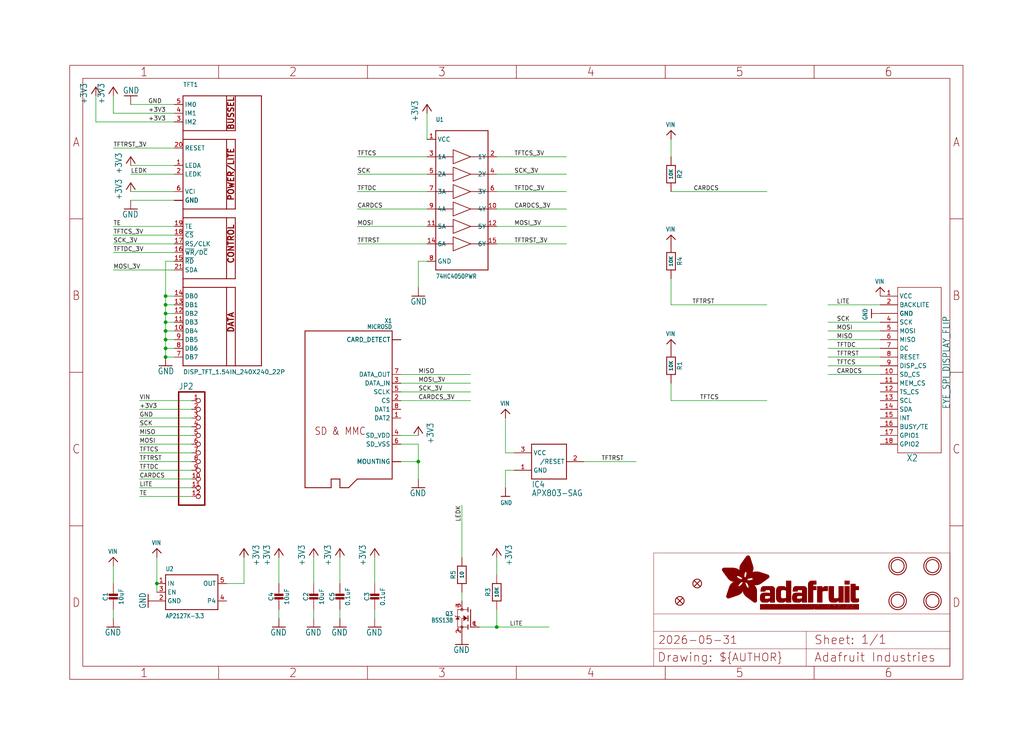
<source format=kicad_sch>
(kicad_sch (version 20230121) (generator eeschema)
  (paper "User" 298.45 217.322)
  (lib_symbols
    (symbol "working-eagle-import:+3V3" (power)
      (property "Value" "+3V3" (at -2.54 -5.08 90))
      (symbol "+3V3_1_0"
        (pin power_in line (at 0 -2.54 90) (length 2.54) (name "+3V3") (number "1"))
      )
    )
    (symbol "working-eagle-import:74HC4050DTSSOP"
      (property "Reference" "U" (at -7.62 22.86 0))
      (symbol "74HC4050DTSSOP_1_0"
        (pin bidirectional line (at -10.16 17.78 0) (length 2.54) (name "VCC") (number "1"))
        (pin bidirectional line (at 10.16 -2.54 180) (length 2.54) (name "4Y") (number "10"))
        (pin bidirectional line (at -10.16 -7.62 0) (length 2.54) (name "5A") (number "11"))
        (pin bidirectional line (at 10.16 -7.62 180) (length 2.54) (name "5Y") (number "12"))
        (pin bidirectional line (at -10.16 -12.7 0) (length 2.54) (name "6A") (number "14"))
        (pin bidirectional line (at 10.16 -12.7 180) (length 2.54) (name "6Y") (number "15"))
        (pin bidirectional line (at 10.16 12.7 180) (length 2.54) (name "1Y") (number "2"))
        (pin bidirectional line (at -10.16 12.7 0) (length 2.54) (name "1A") (number "3"))
        (pin bidirectional line (at 10.16 7.62 180) (length 2.54) (name "2Y") (number "4"))
        (pin bidirectional line (at -10.16 7.62 0) (length 2.54) (name "2A") (number "5"))
        (pin bidirectional line (at 10.16 2.54 180) (length 2.54) (name "3Y") (number "6"))
        (pin bidirectional line (at -10.16 2.54 0) (length 2.54) (name "3A") (number "7"))
        (pin bidirectional line (at -10.16 -17.78 0) (length 2.54) (name "GND") (number "8"))
        (pin bidirectional line (at -10.16 -2.54 0) (length 2.54) (name "4A") (number "9"))
      )
    )
    (symbol "working-eagle-import:APX083-SAG"
      (property "Reference" "IC" (at -5.08 -7.62 0))
      (symbol "APX083-SAG_1_0"
        (pin power_in line (at -10.16 -2.54 0) (length 5.08) (name "GND") (number "1"))
        (pin output line (at 10.16 0 180) (length 5.08) (name "/RESET") (number "2"))
        (pin power_in line (at -10.16 2.54 0) (length 5.08) (name "VCC") (number "3"))
      )
    )
    (symbol "working-eagle-import:CAP_CERAMIC0603_NO"
      (property "Reference" "C" (at -2.29 1.25 90))
      (symbol "CAP_CERAMIC0603_NO_1_0"
        (pin passive line (at 0 5.08 270) (length 2.54) (name "1") (number "1"))
        (pin passive line (at 0 -2.54 90) (length 2.54) (name "2") (number "2"))
      )
    )
    (symbol "working-eagle-import:CAP_CERAMIC0805-NOOUTLINE"
      (property "Reference" "C" (at -2.29 1.25 90))
      (symbol "CAP_CERAMIC0805-NOOUTLINE_1_0"
        (pin passive line (at 0 5.08 270) (length 2.54) (name "1") (number "1"))
        (pin passive line (at 0 -2.54 90) (length 2.54) (name "2") (number "2"))
      )
    )
    (symbol "working-eagle-import:DISP_TFT_1.54IN_240X240_22P"
      (property "Reference" "TFT" (at -15.24 43.18 0))
      (symbol "DISP_TFT_1.54IN_240X240_22P_1_0"
        (text "BUSSEL" (at -1.27 35.56 900) (effects (font (size 1.6764 1.6764) (thickness 0.3353) bold)))
        (text "CONTROL" (at -1.27 -2.54 900) (effects (font (size 1.6764 1.6764) (thickness 0.3353) bold)))
        (text "DATA" (at -1.27 -25.4 900) (effects (font (size 1.6764 1.6764) (thickness 0.3353) bold)))
        (text "POWER/LITE" (at -1.27 17.78 900) (effects (font (size 1.6764 1.6764) (thickness 0.3353) bold)))
        (pin input line (at -17.78 20.32 0) (length 2.54) (name "LEDA") (number "1"))
        (pin bidirectional line (at -17.78 -27.94 0) (length 2.54) (name "DB4") (number "10"))
        (pin bidirectional line (at -17.78 -25.4 0) (length 2.54) (name "DB3") (number "11"))
        (pin bidirectional line (at -17.78 -22.86 0) (length 2.54) (name "DB2") (number "12"))
        (pin bidirectional line (at -17.78 -20.32 0) (length 2.54) (name "DB1") (number "13"))
        (pin bidirectional line (at -17.78 -17.78 0) (length 2.54) (name "DB0") (number "14"))
        (pin input line (at -17.78 -7.62 0) (length 2.54) (name "~{RD}") (number "15"))
        (pin input line (at -17.78 -5.08 0) (length 2.54) (name "~{WR}/D~{C}") (number "16"))
        (pin input line (at -17.78 -2.54 0) (length 2.54) (name "RS/CLK") (number "17"))
        (pin input line (at -17.78 0 0) (length 2.54) (name "~{CS}") (number "18"))
        (pin output line (at -17.78 2.54 0) (length 2.54) (name "TE") (number "19"))
        (pin input line (at -17.78 17.78 0) (length 2.54) (name "LEDK") (number "2"))
        (pin input line (at -17.78 25.4 0) (length 2.54) (name "RESET") (number "20"))
        (pin bidirectional line (at -17.78 -10.16 0) (length 2.54) (name "SDA") (number "21"))
        (pin power_in line (at -17.78 10.16 0) (length 2.54) (name "GND") (number "22"))
        (pin input line (at -17.78 33.02 0) (length 2.54) (name "IM2") (number "3"))
        (pin input line (at -17.78 35.56 0) (length 2.54) (name "IM1") (number "4"))
        (pin input line (at -17.78 38.1 0) (length 2.54) (name "IM0") (number "5"))
        (pin power_in line (at -17.78 12.7 0) (length 2.54) (name "VCI") (number "6"))
        (pin bidirectional line (at -17.78 -35.56 0) (length 2.54) (name "DB7") (number "7"))
        (pin bidirectional line (at -17.78 -33.02 0) (length 2.54) (name "DB6") (number "8"))
        (pin bidirectional line (at -17.78 -30.48 0) (length 2.54) (name "DB5") (number "9"))
        (pin power_in line (at -17.78 10.16 0) (length 2.54) (name "GND") (number "SUPPORT1"))
        (pin power_in line (at -17.78 10.16 0) (length 2.54) (name "GND") (number "SUPPORT2"))
      )
    )
    (symbol "working-eagle-import:EYE_SPI_DISPLAY_FLIP"
      (property "Reference" "X" (at 2.54 -27.94 0))
      (symbol "EYE_SPI_DISPLAY_FLIP_1_0"
        (pin power_in line (at -5.08 20.32 0) (length 5.08) (name "VCC") (number "1"))
        (pin input line (at -5.08 -2.54 0) (length 5.08) (name "SD_CS") (number "10"))
        (pin input line (at -5.08 -5.08 0) (length 5.08) (name "MEM_CS") (number "11"))
        (pin input line (at -5.08 -7.62 0) (length 5.08) (name "TS_CS") (number "12"))
        (pin input line (at -5.08 -10.16 0) (length 5.08) (name "SCL") (number "13"))
        (pin bidirectional line (at -5.08 -12.7 0) (length 5.08) (name "SDA") (number "14"))
        (pin output line (at -5.08 -15.24 0) (length 5.08) (name "INT") (number "15"))
        (pin output line (at -5.08 -17.78 0) (length 5.08) (name "BUSY/TE") (number "16"))
        (pin passive line (at -5.08 -20.32 0) (length 5.08) (name "GPIO1") (number "17"))
        (pin passive line (at -5.08 -22.86 0) (length 5.08) (name "GPIO2") (number "18"))
        (pin input line (at -5.08 17.78 0) (length 5.08) (name "BACKLITE") (number "2"))
        (pin power_in line (at -5.08 15.24 0) (length 5.08) (name "GND") (number "3"))
        (pin input line (at -5.08 12.7 0) (length 5.08) (name "SCK") (number "4"))
        (pin input line (at -5.08 10.16 0) (length 5.08) (name "MOSI") (number "5"))
        (pin output line (at -5.08 7.62 0) (length 5.08) (name "MISO") (number "6"))
        (pin input line (at -5.08 5.08 0) (length 5.08) (name "DC") (number "7"))
        (pin input line (at -5.08 2.54 0) (length 5.08) (name "RESET") (number "8"))
        (pin input line (at -5.08 0 0) (length 5.08) (name "DISP_CS") (number "9"))
        (pin power_in line (at -5.08 15.24 0) (length 5.08) (name "GND") (number "SUPPORT1"))
        (pin power_in line (at -5.08 15.24 0) (length 5.08) (name "GND") (number "SUPPORT2"))
      )
    )
    (symbol "working-eagle-import:FIDUCIAL_1MM")
    (symbol "working-eagle-import:FRAME_A4_ADAFRUIT"
      (symbol "FRAME_A4_ADAFRUIT_1_0"
        (text "${#}/${##}" (at 230.505 10.16 0) (effects (font (size 2.54 2.54)) (justify left bottom)))
        (text "${AUTHOR}" (at 189.23 5.08 0) (effects (font (size 2.286 2.286)) (justify left bottom)))
        (text "${CURRENT_DATE}" (at 171.45 10.16 0) (effects (font (size 2.286 2.286)) (justify left bottom)))
        (text "${PROJECTNAME}" (at 171.45 15.24 0) (effects (font (size 2.54 2.54)) (justify left bottom)))
        (text "1" (at 21.6958 1.905 0) (effects (font (size 2.54 2.286))))
        (text "1" (at 21.6958 177.165 0) (effects (font (size 2.54 2.286))))
        (text "2" (at 65.0875 1.905 0) (effects (font (size 2.54 2.286))))
        (text "2" (at 65.0875 177.165 0) (effects (font (size 2.54 2.286))))
        (text "3" (at 108.4792 1.905 0) (effects (font (size 2.54 2.286))))
        (text "3" (at 108.4792 177.165 0) (effects (font (size 2.54 2.286))))
        (text "4" (at 151.8708 1.905 0) (effects (font (size 2.54 2.286))))
        (text "4" (at 151.8708 177.165 0) (effects (font (size 2.54 2.286))))
        (text "5" (at 195.2625 1.905 0) (effects (font (size 2.54 2.286))))
        (text "5" (at 195.2625 177.165 0) (effects (font (size 2.54 2.286))))
        (text "6" (at 238.6542 1.905 0) (effects (font (size 2.54 2.286))))
        (text "6" (at 238.6542 177.165 0) (effects (font (size 2.54 2.286))))
        (text "A" (at 1.905 156.6863 0) (effects (font (size 2.54 2.286))))
        (text "A" (at 258.445 156.6863 0) (effects (font (size 2.54 2.286))))
        (text "Adafruit Industries" (at 216.916 4.953 0) (effects (font (size 2.54 2.54)) (justify left bottom)))
        (text "B" (at 1.905 111.9188 0) (effects (font (size 2.54 2.286))))
        (text "B" (at 258.445 111.9188 0) (effects (font (size 2.54 2.286))))
        (text "C" (at 1.905 67.1513 0) (effects (font (size 2.54 2.286))))
        (text "C" (at 258.445 67.1513 0) (effects (font (size 2.54 2.286))))
        (text "D" (at 1.905 22.3838 0) (effects (font (size 2.54 2.286))))
        (text "D" (at 258.445 22.3838 0) (effects (font (size 2.54 2.286))))
        (text "Drawing:" (at 171.196 4.953 0) (effects (font (size 2.54 2.54)) (justify left bottom)))
        (text "Sheet:" (at 216.916 10.033 0) (effects (font (size 2.54 2.54)) (justify left bottom)))
      )
    )
    (symbol "working-eagle-import:GND" (power)
      (property "Value" "GND" (at -2.54 -2.54 0))
      (symbol "GND_1_0"
        (pin power_in line (at 0 2.54 270) (length 2.54) (name "GND") (number "1"))
      )
    )
    (symbol "working-eagle-import:HEADER-1X1276MIL"
      (property "Reference" "JP" (at -6.35 18.415 0))
      (symbol "HEADER-1X1276MIL_1_0"
        (pin passive inverted (at -2.54 15.24 0) (length 2.54) (name "1") (number "1"))
        (pin passive inverted (at -2.54 -7.62 0) (length 2.54) (name "10") (number "10"))
        (pin passive inverted (at -2.54 -10.16 0) (length 2.54) (name "11") (number "11"))
        (pin passive inverted (at -2.54 -12.7 0) (length 2.54) (name "12") (number "12"))
        (pin passive inverted (at -2.54 12.7 0) (length 2.54) (name "2") (number "2"))
        (pin passive inverted (at -2.54 10.16 0) (length 2.54) (name "3") (number "3"))
        (pin passive inverted (at -2.54 7.62 0) (length 2.54) (name "4") (number "4"))
        (pin passive inverted (at -2.54 5.08 0) (length 2.54) (name "5") (number "5"))
        (pin passive inverted (at -2.54 2.54 0) (length 2.54) (name "6") (number "6"))
        (pin passive inverted (at -2.54 0 0) (length 2.54) (name "7") (number "7"))
        (pin passive inverted (at -2.54 -2.54 0) (length 2.54) (name "8") (number "8"))
        (pin passive inverted (at -2.54 -5.08 0) (length 2.54) (name "9") (number "9"))
      )
    )
    (symbol "working-eagle-import:MICROSD"
      (property "Reference" "X" (at -12.7 22.606 0))
      (symbol "MICROSD_1_0"
        (text "SD & MMC" (at -5.08 -10.16 0) (effects (font (size 2.1844 1.8567)) (justify left bottom)))
        (pin bidirectional line (at -15.24 -5.08 0) (length 2.54) (name "DAT2") (number "1"))
        (pin input line (at -15.24 0 0) (length 2.54) (name "CS") (number "2"))
        (pin input line (at -15.24 5.08 0) (length 2.54) (name "DATA_IN") (number "3"))
        (pin power_in line (at -15.24 -10.16 0) (length 2.54) (name "SD_VDD") (number "4"))
        (pin input line (at -15.24 2.54 0) (length 2.54) (name "SCLK") (number "5"))
        (pin power_in line (at -15.24 -12.7 0) (length 2.54) (name "SD_VSS") (number "6"))
        (pin output line (at -15.24 7.62 0) (length 2.54) (name "DATA_OUT") (number "7"))
        (pin bidirectional line (at -15.24 -2.54 0) (length 2.54) (name "DAT1") (number "8"))
        (pin passive line (at -15.24 17.78 0) (length 2.54) (name "CARD_DETECT") (number "CD1"))
        (pin passive line (at -15.24 17.78 0) (length 2.54) (name "CARD_DETECT") (number "CD2"))
        (pin passive line (at -15.24 -17.78 0) (length 2.54) (name "MOUNTING") (number "MT1"))
        (pin passive line (at -15.24 -17.78 0) (length 2.54) (name "MOUNTING") (number "MT2"))
      )
    )
    (symbol "working-eagle-import:MOSFET-NWIDE"
      (property "Reference" "Q" (at 5.08 0.635 0))
      (symbol "MOSFET-NWIDE_1_0"
        (text "D" (at 3.175 3.175 0) (effects (font (size 0.8128 0.6908)) (justify left bottom)))
        (text "G" (at -1.27 -1.905 0) (effects (font (size 0.8128 0.6908)) (justify left bottom)))
        (text "S" (at 3.175 -3.81 0) (effects (font (size 0.8128 0.6908)) (justify left bottom)))
        (pin bidirectional line (at -2.54 -2.54 0) (length 2.54) (name "G") (number "1"))
        (pin bidirectional line (at 2.54 -5.08 90) (length 2.54) (name "S") (number "2"))
        (pin bidirectional line (at 2.54 5.08 270) (length 2.54) (name "D") (number "3"))
      )
    )
    (symbol "working-eagle-import:MOUNTINGHOLE2.5")
    (symbol "working-eagle-import:RESISTOR_0603_NOOUT"
      (property "Reference" "R" (at 0 2.54 0))
      (symbol "RESISTOR_0603_NOOUT_1_0"
        (pin passive line (at -5.08 0 0) (length 2.54) (name "1") (number "1"))
        (pin passive line (at 5.08 0 180) (length 2.54) (name "2") (number "2"))
      )
    )
    (symbol "working-eagle-import:VIN" (power)
      (property "Value" "VIN" (at -1.524 1.016 0))
      (symbol "VIN_1_0"
        (pin power_in line (at 0 -2.54 90) (length 2.54) (name "VIN") (number "1"))
      )
    )
    (symbol "working-eagle-import:VREG_SOT23-5"
      (property "Reference" "U" (at -7.62 6.096 0))
      (symbol "VREG_SOT23-5_1_0"
        (pin power_in line (at -10.16 2.54 0) (length 2.54) (name "IN") (number "1"))
        (pin power_in line (at -10.16 -2.54 0) (length 2.54) (name "GND") (number "2"))
        (pin input line (at -10.16 0 0) (length 2.54) (name "EN") (number "3"))
        (pin bidirectional line (at 10.16 -2.54 180) (length 2.54) (name "P4") (number "4"))
        (pin power_in line (at 10.16 2.54 180) (length 2.54) (name "OUT") (number "5"))
      )
    )
    (symbol "working-eagle-import:adafruit_power_VIN" (power)
      (property "Value" "adafruit_power_VIN" (at -1.524 1.016 0))
      (symbol "adafruit_power_VIN_1_0"
        (pin power_in line (at 0 -2.54 90) (length 2.54) (name "VIN") (number "1"))
      )
    )
    (symbol "working-eagle-import:microbuilder_GND" (power)
      (property "Value" "microbuilder_GND" (at -1.524 -2.54 0))
      (symbol "microbuilder_GND_1_0"
        (pin power_in line (at 0 2.54 270) (length 2.54) (name "GND") (number "1"))
      )
    )
  )
  (junction (at 48.26 101.6))
  (junction (at 48.26 96.52))
  (junction (at 48.26 88.9))
  (junction (at 144.78 182.88))
  (junction (at 48.26 104.14))
  (junction (at 48.26 93.98))
  (junction (at 48.26 86.36))
  (junction (at 48.26 99.06))
  (junction (at 45.72 170.18))
  (junction (at 121.92 134.62))
  (junction (at 48.26 91.44))
  (wire (pts (xy 160.02 182.88) (xy 144.78 182.88)) (stroke (width 0.1524)))
  (wire (pts (xy 45.72 162.56) (xy 45.72 170.18)) (stroke (width 0.1524)))
  (wire (pts (xy 40.64 127) (xy 55.88 127)) (stroke (width 0.1524)))
  (wire (pts (xy 99.06 162.56) (xy 99.06 170.18)) (stroke (width 0.1524)))
  (wire (pts (xy 33.02 165.1) (xy 33.02 170.18)) (stroke (width 0.1524)))
  (wire (pts (xy 33.02 33.02) (xy 33.02 27.94)) (stroke (width 0.1524)))
  (wire (pts (xy 38.1 58.42) (xy 50.8 58.42)) (stroke (width 0.1524)))
  (wire (pts (xy 50.8 101.6) (xy 48.26 101.6)) (stroke (width 0.1524)))
  (wire (pts (xy 27.94 35.56) (xy 50.8 35.56)) (stroke (width 0.1524)))
  (wire (pts (xy 50.8 91.44) (xy 48.26 91.44)) (stroke (width 0.1524)))
  (wire (pts (xy 139.7 182.88) (xy 144.78 182.88)) (stroke (width 0.1524)))
  (wire (pts (xy 50.8 55.88) (xy 38.1 55.88)) (stroke (width 0.1524)))
  (wire (pts (xy 50.8 48.26) (xy 38.1 48.26)) (stroke (width 0.1524)))
  (wire (pts (xy 55.88 134.62) (xy 40.64 134.62)) (stroke (width 0.1524)))
  (wire (pts (xy 40.64 132.08) (xy 55.88 132.08)) (stroke (width 0.1524)))
  (wire (pts (xy 50.8 68.58) (xy 33.02 68.58)) (stroke (width 0.1524)))
  (wire (pts (xy 134.62 147.32) (xy 134.62 162.56)) (stroke (width 0.1524)))
  (wire (pts (xy 104.14 66.04) (xy 124.46 66.04)) (stroke (width 0.1524)))
  (wire (pts (xy 48.26 91.44) (xy 48.26 93.98)) (stroke (width 0.1524)))
  (wire (pts (xy 165.1 55.88) (xy 144.78 55.88)) (stroke (width 0.1524)))
  (wire (pts (xy 195.58 116.84) (xy 223.52 116.84)) (stroke (width 0.1524)))
  (wire (pts (xy 195.58 45.72) (xy 195.58 40.64)) (stroke (width 0.1524)))
  (wire (pts (xy 48.26 88.9) (xy 50.8 88.9)) (stroke (width 0.1524)))
  (wire (pts (xy 195.58 88.9) (xy 195.58 81.28)) (stroke (width 0.1524)))
  (wire (pts (xy 241.3 99.06) (xy 256.54 99.06)) (stroke (width 0.1524)))
  (wire (pts (xy 48.26 101.6) (xy 48.26 104.14)) (stroke (width 0.1524)))
  (wire (pts (xy 55.88 116.84) (xy 40.64 116.84)) (stroke (width 0.1524)))
  (wire (pts (xy 144.78 66.04) (xy 165.1 66.04)) (stroke (width 0.1524)))
  (wire (pts (xy 147.32 137.16) (xy 149.86 137.16)) (stroke (width 0.1524)))
  (wire (pts (xy 256.54 96.52) (xy 241.3 96.52)) (stroke (width 0.1524)))
  (wire (pts (xy 116.84 134.62) (xy 121.92 134.62)) (stroke (width 0.1524)))
  (wire (pts (xy 45.72 172.72) (xy 45.72 170.18)) (stroke (width 0.1524)))
  (wire (pts (xy 81.28 162.56) (xy 81.28 170.18)) (stroke (width 0.1524)))
  (wire (pts (xy 104.14 50.8) (xy 124.46 50.8)) (stroke (width 0.1524)))
  (wire (pts (xy 48.26 99.06) (xy 48.26 101.6)) (stroke (width 0.1524)))
  (wire (pts (xy 48.26 93.98) (xy 50.8 93.98)) (stroke (width 0.1524)))
  (wire (pts (xy 55.88 144.78) (xy 40.64 144.78)) (stroke (width 0.1524)))
  (wire (pts (xy 48.26 99.06) (xy 50.8 99.06)) (stroke (width 0.1524)))
  (wire (pts (xy 256.54 101.6) (xy 241.3 101.6)) (stroke (width 0.1524)))
  (wire (pts (xy 147.32 142.24) (xy 147.32 137.16)) (stroke (width 0.1524)))
  (wire (pts (xy 134.62 172.72) (xy 134.62 175.26)) (stroke (width 0.1524)))
  (wire (pts (xy 256.54 104.14) (xy 241.3 104.14)) (stroke (width 0.1524)))
  (wire (pts (xy 55.88 129.54) (xy 40.64 129.54)) (stroke (width 0.1524)))
  (wire (pts (xy 104.14 71.12) (xy 124.46 71.12)) (stroke (width 0.1524)))
  (wire (pts (xy 55.88 142.24) (xy 40.64 142.24)) (stroke (width 0.1524)))
  (wire (pts (xy 170.18 134.62) (xy 185.42 134.62)) (stroke (width 0.1524)))
  (wire (pts (xy 256.54 109.22) (xy 241.3 109.22)) (stroke (width 0.1524)))
  (wire (pts (xy 124.46 45.72) (xy 104.14 45.72)) (stroke (width 0.1524)))
  (wire (pts (xy 144.78 71.12) (xy 165.1 71.12)) (stroke (width 0.1524)))
  (wire (pts (xy 256.54 88.9) (xy 241.3 88.9)) (stroke (width 0.1524)))
  (wire (pts (xy 33.02 180.34) (xy 33.02 177.8)) (stroke (width 0.1524)))
  (wire (pts (xy 165.1 50.8) (xy 144.78 50.8)) (stroke (width 0.1524)))
  (wire (pts (xy 144.78 45.72) (xy 165.1 45.72)) (stroke (width 0.1524)))
  (wire (pts (xy 195.58 88.9) (xy 223.52 88.9)) (stroke (width 0.1524)))
  (wire (pts (xy 81.28 180.34) (xy 81.28 177.8)) (stroke (width 0.1524)))
  (wire (pts (xy 124.46 40.64) (xy 124.46 33.02)) (stroke (width 0.1524)))
  (wire (pts (xy 137.16 116.84) (xy 116.84 116.84)) (stroke (width 0.1524)))
  (wire (pts (xy 116.84 109.22) (xy 137.16 109.22)) (stroke (width 0.1524)))
  (wire (pts (xy 50.8 78.74) (xy 33.02 78.74)) (stroke (width 0.1524)))
  (wire (pts (xy 50.8 33.02) (xy 33.02 33.02)) (stroke (width 0.1524)))
  (wire (pts (xy 121.92 129.54) (xy 121.92 134.62)) (stroke (width 0.1524)))
  (wire (pts (xy 91.44 180.34) (xy 91.44 177.8)) (stroke (width 0.1524)))
  (wire (pts (xy 124.46 76.2) (xy 121.92 76.2)) (stroke (width 0.1524)))
  (wire (pts (xy 195.58 116.84) (xy 195.58 111.76)) (stroke (width 0.1524)))
  (wire (pts (xy 50.8 76.2) (xy 48.26 76.2)) (stroke (width 0.1524)))
  (wire (pts (xy 147.32 121.92) (xy 147.32 132.08)) (stroke (width 0.1524)))
  (wire (pts (xy 50.8 73.66) (xy 33.02 73.66)) (stroke (width 0.1524)))
  (wire (pts (xy 165.1 60.96) (xy 144.78 60.96)) (stroke (width 0.1524)))
  (wire (pts (xy 40.64 119.38) (xy 55.88 119.38)) (stroke (width 0.1524)))
  (wire (pts (xy 48.26 76.2) (xy 48.26 86.36)) (stroke (width 0.1524)))
  (wire (pts (xy 55.88 139.7) (xy 40.64 139.7)) (stroke (width 0.1524)))
  (wire (pts (xy 121.92 76.2) (xy 121.92 83.82)) (stroke (width 0.1524)))
  (wire (pts (xy 109.22 162.56) (xy 109.22 170.18)) (stroke (width 0.1524)))
  (wire (pts (xy 137.16 111.76) (xy 116.84 111.76)) (stroke (width 0.1524)))
  (wire (pts (xy 50.8 96.52) (xy 48.26 96.52)) (stroke (width 0.1524)))
  (wire (pts (xy 48.26 88.9) (xy 48.26 91.44)) (stroke (width 0.1524)))
  (wire (pts (xy 71.12 162.56) (xy 71.12 170.18)) (stroke (width 0.1524)))
  (wire (pts (xy 27.94 27.94) (xy 27.94 35.56)) (stroke (width 0.1524)))
  (wire (pts (xy 109.22 180.34) (xy 109.22 177.8)) (stroke (width 0.1524)))
  (wire (pts (xy 116.84 129.54) (xy 121.92 129.54)) (stroke (width 0.1524)))
  (wire (pts (xy 149.86 132.08) (xy 147.32 132.08)) (stroke (width 0.1524)))
  (wire (pts (xy 55.88 137.16) (xy 40.64 137.16)) (stroke (width 0.1524)))
  (wire (pts (xy 50.8 43.18) (xy 33.02 43.18)) (stroke (width 0.1524)))
  (wire (pts (xy 48.26 104.14) (xy 50.8 104.14)) (stroke (width 0.1524)))
  (wire (pts (xy 66.04 170.18) (xy 71.12 170.18)) (stroke (width 0.1524)))
  (wire (pts (xy 99.06 180.34) (xy 99.06 177.8)) (stroke (width 0.1524)))
  (wire (pts (xy 48.26 96.52) (xy 48.26 99.06)) (stroke (width 0.1524)))
  (wire (pts (xy 38.1 30.48) (xy 50.8 30.48)) (stroke (width 0.1524)))
  (wire (pts (xy 55.88 124.46) (xy 40.64 124.46)) (stroke (width 0.1524)))
  (wire (pts (xy 50.8 86.36) (xy 48.26 86.36)) (stroke (width 0.1524)))
  (wire (pts (xy 104.14 60.96) (xy 124.46 60.96)) (stroke (width 0.1524)))
  (wire (pts (xy 137.16 114.3) (xy 116.84 114.3)) (stroke (width 0.1524)))
  (wire (pts (xy 121.92 134.62) (xy 121.92 139.7)) (stroke (width 0.1524)))
  (wire (pts (xy 223.52 55.88) (xy 195.58 55.88)) (stroke (width 0.1524)))
  (wire (pts (xy 50.8 66.04) (xy 33.02 66.04)) (stroke (width 0.1524)))
  (wire (pts (xy 104.14 55.88) (xy 124.46 55.88)) (stroke (width 0.1524)))
  (wire (pts (xy 241.3 106.68) (xy 256.54 106.68)) (stroke (width 0.1524)))
  (wire (pts (xy 144.78 182.88) (xy 144.78 177.8)) (stroke (width 0.1524)))
  (wire (pts (xy 256.54 93.98) (xy 241.3 93.98)) (stroke (width 0.1524)))
  (wire (pts (xy 48.26 93.98) (xy 48.26 96.52)) (stroke (width 0.1524)))
  (wire (pts (xy 33.02 71.12) (xy 50.8 71.12)) (stroke (width 0.1524)))
  (wire (pts (xy 50.8 50.8) (xy 38.1 50.8)) (stroke (width 0.1524)))
  (wire (pts (xy 55.88 121.92) (xy 40.64 121.92)) (stroke (width 0.1524)))
  (wire (pts (xy 121.92 127) (xy 116.84 127)) (stroke (width 0.1524)))
  (wire (pts (xy 48.26 86.36) (xy 48.26 88.9)) (stroke (width 0.1524)))
  (wire (pts (xy 91.44 162.56) (xy 91.44 170.18)) (stroke (width 0.1524)))
  (wire (pts (xy 144.78 162.56) (xy 144.78 167.64)) (stroke (width 0.1524)))
  (label "CARDCS" (at 243.84 109.22 0) (effects (font (size 1.2446 1.2446))))
  (label "TFTRST" (at 175.26 134.62 0) (effects (font (size 1.2446 1.2446))))
  (label "MOSI" (at 40.64 129.54 0) (effects (font (size 1.2446 1.2446))))
  (label "TFTCS" (at 243.84 106.68 0) (effects (font (size 1.2446 1.2446))))
  (label "+3V3" (at 43.18 35.56 0) (effects (font (size 1.2446 1.2446))))
  (label "TFTCS_3V" (at 33.02 68.58 0) (effects (font (size 1.2446 1.2446))))
  (label "TFTCS" (at 104.14 45.72 0) (effects (font (size 1.2446 1.2446))))
  (label "TFTRST_3V" (at 149.86 71.12 0) (effects (font (size 1.2446 1.2446))))
  (label "CARDCS_3V" (at 121.92 116.84 0) (effects (font (size 1.2446 1.2446))))
  (label "SCK" (at 243.84 93.98 0) (effects (font (size 1.2446 1.2446))))
  (label "MOSI" (at 104.14 66.04 0) (effects (font (size 1.2446 1.2446))))
  (label "TE" (at 33.02 66.04 0) (effects (font (size 1.2446 1.2446))))
  (label "TFTDC_3V" (at 33.02 73.66 0) (effects (font (size 1.2446 1.2446))))
  (label "TFTDC" (at 243.84 101.6 0) (effects (font (size 1.2446 1.2446))))
  (label "MISO" (at 121.92 109.22 0) (effects (font (size 1.2446 1.2446))))
  (label "MOSI_3V" (at 149.86 66.04 0) (effects (font (size 1.2446 1.2446))))
  (label "CARDCS" (at 209.55 55.88 180) (effects (font (size 1.2446 1.2446))))
  (label "SCK_3V" (at 149.86 50.8 0) (effects (font (size 1.2446 1.2446))))
  (label "TFTRST" (at 104.14 71.12 0) (effects (font (size 1.2446 1.2446))))
  (label "CARDCS" (at 40.64 139.7 0) (effects (font (size 1.2446 1.2446))))
  (label "MISO" (at 40.64 127 0) (effects (font (size 1.2446 1.2446))))
  (label "TE" (at 40.64 144.78 0) (effects (font (size 1.2446 1.2446))))
  (label "LEDK" (at 38.1 50.8 0) (effects (font (size 1.2446 1.2446))))
  (label "SCK" (at 40.64 124.46 0) (effects (font (size 1.2446 1.2446))))
  (label "MOSI_3V" (at 121.92 111.76 0) (effects (font (size 1.2446 1.2446))))
  (label "LITE" (at 40.64 142.24 0) (effects (font (size 1.2446 1.2446))))
  (label "TFTRST" (at 243.84 104.14 0) (effects (font (size 1.2446 1.2446))))
  (label "TFTCS" (at 209.55 116.84 180) (effects (font (size 1.2446 1.2446))))
  (label "LEDK" (at 134.62 147.32 270) (effects (font (size 1.2446 1.2446))))
  (label "LITE" (at 152.4 182.88 180) (effects (font (size 1.2446 1.2446))))
  (label "+3V3" (at 40.64 119.38 0) (effects (font (size 1.2446 1.2446))))
  (label "TFTDC" (at 104.14 55.88 0) (effects (font (size 1.2446 1.2446))))
  (label "TFTCS_3V" (at 149.86 45.72 0) (effects (font (size 1.2446 1.2446))))
  (label "TFTRST" (at 40.64 134.62 0) (effects (font (size 1.2446 1.2446))))
  (label "TFTCS" (at 40.64 132.08 0) (effects (font (size 1.2446 1.2446))))
  (label "MOSI_3V" (at 33.02 78.74 0) (effects (font (size 1.2446 1.2446))))
  (label "TFTRST" (at 208.28 88.9 180) (effects (font (size 1.2446 1.2446))))
  (label "VIN" (at 40.64 116.84 0) (effects (font (size 1.2446 1.2446))))
  (label "+3V3" (at 43.18 33.02 0) (effects (font (size 1.2446 1.2446))))
  (label "CARDCS_3V" (at 149.86 60.96 0) (effects (font (size 1.2446 1.2446))))
  (label "GND" (at 40.64 121.92 0) (effects (font (size 1.2446 1.2446))))
  (label "TFTDC_3V" (at 149.86 55.88 0) (effects (font (size 1.2446 1.2446))))
  (label "SCK_3V" (at 121.92 114.3 0) (effects (font (size 1.2446 1.2446))))
  (label "LITE" (at 243.84 88.9 0) (effects (font (size 1.2446 1.2446))))
  (label "CARDCS" (at 104.14 60.96 0) (effects (font (size 1.2446 1.2446))))
  (label "SCK_3V" (at 33.02 71.12 0) (effects (font (size 1.2446 1.2446))))
  (label "GND" (at 43.18 30.48 0) (effects (font (size 1.2446 1.2446))))
  (label "SCK" (at 104.14 50.8 0) (effects (font (size 1.2446 1.2446))))
  (label "MISO" (at 243.84 99.06 0) (effects (font (size 1.2446 1.2446))))
  (label "MOSI" (at 243.84 96.52 0) (effects (font (size 1.2446 1.2446))))
  (label "TFTRST_3V" (at 33.02 43.18 0) (effects (font (size 1.2446 1.2446))))
  (label "TFTDC" (at 40.64 137.16 0) (effects (font (size 1.2446 1.2446))))
  (symbol (lib_id "working-eagle-import:RESISTOR_0603_NOOUT") (at 195.58 50.8 270) (mirror x) (unit 1)
    (property "Reference" "R2" (at 198.12 50.8 0))
    (property "Value" "10K" (at 195.58 50.8 0) (effects (font (size 1.016 1.016) bold)))
    (property "Footprint" "working:0603-NO" (effects hide))
  )
  (symbol (lib_id "working-eagle-import:MOUNTINGHOLE2.5") (at 261.62 165.1 0) (unit 1)
    (property "Reference" "U$10" (effects hide))
    (property "Value" "MOUNTINGHOLE2.5" (effects hide))
    (property "Footprint" "working:MOUNTINGHOLE_2.5_PLATED" (effects hide))
  )
  (symbol (lib_id "working-eagle-import:+3V3") (at 99.06 160.02 0) (unit 1)
    (property "Reference" "#+3V11" (effects hide))
    (property "Value" "+3V3" (at 96.52 165.1 90) (effects (font (size 1.778 1.5113)) (justify left bottom)))
  )
  (symbol (lib_id "working-eagle-import:+3V3") (at 109.22 160.02 0) (unit 1)
    (property "Reference" "#+3V10" (effects hide))
    (property "Value" "+3V3" (at 106.68 165.1 90) (effects (font (size 1.778 1.5113)) (justify left bottom)))
  )
  (symbol (lib_id "working-eagle-import:VREG_SOT23-5") (at 55.88 172.72 0) (unit 1)
    (property "Reference" "U2" (at 48.26 166.624 0) (effects (font (size 1.27 1.0795)) (justify left bottom)))
    (property "Value" "AP2127K-3.3" (at 48.26 180.34 0) (effects (font (size 1.27 1.0795)) (justify left bottom)))
    (property "Footprint" "working:SOT23-5" (effects hide))
  )
  (symbol (lib_id "working-eagle-import:microbuilder_GND") (at 147.32 144.78 0) (unit 1)
    (property "Reference" "#U$11" (effects hide))
    (property "Value" "GND" (at 145.796 147.32 0) (effects (font (size 1.27 1.0795)) (justify left bottom)))
  )
  (symbol (lib_id "working-eagle-import:adafruit_power_VIN") (at 195.58 68.58 0) (unit 1)
    (property "Reference" "#U$15" (effects hide))
    (property "Value" "VIN" (at 194.056 67.564 0) (effects (font (size 1.27 1.0795)) (justify left bottom)))
  )
  (symbol (lib_id "working-eagle-import:CAP_CERAMIC0805-NOOUTLINE") (at 81.28 175.26 0) (unit 1)
    (property "Reference" "C4" (at 78.99 174.01 90))
    (property "Value" "10uF" (at 83.58 174.01 90))
    (property "Footprint" "working:0805-NO" (effects hide))
  )
  (symbol (lib_id "working-eagle-import:RESISTOR_0603_NOOUT") (at 144.78 172.72 90) (unit 1)
    (property "Reference" "R3" (at 142.24 172.72 0))
    (property "Value" "10K" (at 144.78 172.72 0) (effects (font (size 1.016 1.016) bold)))
    (property "Footprint" "working:0603-NO" (effects hide))
  )
  (symbol (lib_id "working-eagle-import:EYE_SPI_DISPLAY_FLIP") (at 261.62 106.68 0) (unit 1)
    (property "Reference" "X2" (at 264.16 134.62 0) (effects (font (size 1.9304 1.6408)) (justify left bottom)))
    (property "Value" "EYE_SPI_DISPLAY_FLIP" (at 276.86 119.38 90) (effects (font (size 1.9304 1.6408)) (justify left bottom)))
    (property "Footprint" "working:EYE_SPI_DISPLAY_BOTCONTACT" (effects hide))
  )
  (symbol (lib_id "working-eagle-import:GND") (at 134.62 187.96 0) (unit 1)
    (property "Reference" "#GND5" (effects hide))
    (property "Value" "GND" (at 132.08 190.5 0) (effects (font (size 1.778 1.5113)) (justify left bottom)))
  )
  (symbol (lib_id "working-eagle-import:CAP_CERAMIC0805-NOOUTLINE") (at 91.44 175.26 0) (unit 1)
    (property "Reference" "C2" (at 89.15 174.01 90))
    (property "Value" "10uF" (at 93.74 174.01 90))
    (property "Footprint" "working:0805-NO" (effects hide))
  )
  (symbol (lib_id "working-eagle-import:adafruit_power_VIN") (at 195.58 38.1 0) (unit 1)
    (property "Reference" "#U$14" (effects hide))
    (property "Value" "VIN" (at 194.056 37.084 0) (effects (font (size 1.27 1.0795)) (justify left bottom)))
  )
  (symbol (lib_id "working-eagle-import:+3V3") (at 81.28 160.02 0) (unit 1)
    (property "Reference" "#+3V8" (effects hide))
    (property "Value" "+3V3" (at 78.74 165.1 90) (effects (font (size 1.778 1.5113)) (justify left bottom)))
  )
  (symbol (lib_id "working-eagle-import:+3V3") (at 121.92 124.46 0) (mirror y) (unit 1)
    (property "Reference" "#+3V4" (effects hide))
    (property "Value" "+3V3" (at 124.46 129.54 90) (effects (font (size 1.778 1.5113)) (justify left bottom)))
  )
  (symbol (lib_id "working-eagle-import:MICROSD") (at 101.6 116.84 0) (mirror y) (unit 1)
    (property "Reference" "X1" (at 114.3 94.234 0) (effects (font (size 1.27 1.0795)) (justify left bottom)))
    (property "Value" "MICROSD" (at 114.3 96.012 0) (effects (font (size 1.27 1.0795)) (justify left bottom)))
    (property "Footprint" "working:MICROSD" (effects hide))
  )
  (symbol (lib_id "working-eagle-import:+3V3") (at 33.02 25.4 0) (unit 1)
    (property "Reference" "#+3V7" (effects hide))
    (property "Value" "+3V3" (at 30.48 30.48 90) (effects (font (size 1.778 1.5113)) (justify left bottom)))
  )
  (symbol (lib_id "working-eagle-import:+3V3") (at 124.46 30.48 0) (unit 1)
    (property "Reference" "#+3V12" (effects hide))
    (property "Value" "+3V3" (at 121.92 35.56 90) (effects (font (size 1.778 1.5113)) (justify left bottom)))
  )
  (symbol (lib_id "working-eagle-import:APX083-SAG") (at 160.02 134.62 0) (unit 1)
    (property "Reference" "IC4" (at 154.94 142.24 0) (effects (font (size 1.778 1.5113)) (justify left bottom)))
    (property "Value" "APX803-SAG" (at 154.94 144.78 0) (effects (font (size 1.778 1.5113)) (justify left bottom)))
    (property "Footprint" "working:SOT23-WIDE" (effects hide))
  )
  (symbol (lib_id "working-eagle-import:+3V3") (at 71.12 160.02 0) (mirror y) (unit 1)
    (property "Reference" "#+3V2" (effects hide))
    (property "Value" "+3V3" (at 73.66 165.1 90) (effects (font (size 1.778 1.5113)) (justify left bottom)))
  )
  (symbol (lib_id "working-eagle-import:HEADER-1X1276MIL") (at 58.42 132.08 0) (unit 1)
    (property "Reference" "JP2" (at 52.07 113.665 0) (effects (font (size 1.778 1.5113)) (justify left bottom)))
    (property "Value" "HEADER-1X1276MIL" (effects hide))
    (property "Footprint" "working:1X12_ROUND_76MIL" (effects hide))
  )
  (symbol (lib_id "working-eagle-import:MOUNTINGHOLE2.5") (at 271.78 165.1 0) (unit 1)
    (property "Reference" "U$8" (effects hide))
    (property "Value" "MOUNTINGHOLE2.5" (effects hide))
    (property "Footprint" "working:MOUNTINGHOLE_2.5_PLATED" (effects hide))
  )
  (symbol (lib_id "working-eagle-import:MOSFET-NWIDE") (at 137.16 180.34 0) (mirror y) (unit 1)
    (property "Reference" "Q3" (at 132.08 179.705 0) (effects (font (size 1.27 1.0795)) (justify left bottom)))
    (property "Value" "BSS138" (at 132.08 181.61 0) (effects (font (size 1.27 1.0795)) (justify left bottom)))
    (property "Footprint" "working:SOT23-WIDE" (effects hide))
  )
  (symbol (lib_id "working-eagle-import:VIN") (at 256.54 83.82 0) (unit 1)
    (property "Reference" "#U$3" (effects hide))
    (property "Value" "VIN" (at 255.016 82.804 0) (effects (font (size 1.27 1.0795)) (justify left bottom)))
  )
  (symbol (lib_id "working-eagle-import:GND") (at 38.1 27.94 180) (unit 1)
    (property "Reference" "#GND8" (effects hide))
    (property "Value" "GND" (at 40.64 25.4 0) (effects (font (size 1.778 1.5113)) (justify left bottom)))
  )
  (symbol (lib_id "working-eagle-import:CAP_CERAMIC0805-NOOUTLINE") (at 33.02 175.26 0) (unit 1)
    (property "Reference" "C1" (at 30.73 174.01 90))
    (property "Value" "10uF" (at 35.32 174.01 90))
    (property "Footprint" "working:0805-NO" (effects hide))
  )
  (symbol (lib_id "working-eagle-import:adafruit_power_VIN") (at 195.58 99.06 0) (unit 1)
    (property "Reference" "#U$16" (effects hide))
    (property "Value" "VIN" (at 194.056 98.044 0) (effects (font (size 1.27 1.0795)) (justify left bottom)))
  )
  (symbol (lib_id "working-eagle-import:GND") (at 99.06 182.88 0) (unit 1)
    (property "Reference" "#GND6" (effects hide))
    (property "Value" "GND" (at 96.52 185.42 0) (effects (font (size 1.778 1.5113)) (justify left bottom)))
  )
  (symbol (lib_id "working-eagle-import:GND") (at 121.92 142.24 0) (unit 1)
    (property "Reference" "#GND1" (effects hide))
    (property "Value" "GND" (at 119.38 144.78 0) (effects (font (size 1.778 1.5113)) (justify left bottom)))
  )
  (symbol (lib_id "working-eagle-import:CAP_CERAMIC0603_NO") (at 99.06 175.26 0) (unit 1)
    (property "Reference" "C5" (at 96.77 174.01 90))
    (property "Value" "0.1uF" (at 101.36 174.01 90))
    (property "Footprint" "working:0603-NO" (effects hide))
  )
  (symbol (lib_id "working-eagle-import:+3V3") (at 38.1 45.72 0) (unit 1)
    (property "Reference" "#+3V1" (effects hide))
    (property "Value" "+3V3" (at 35.56 50.8 90) (effects (font (size 1.778 1.5113)) (justify left bottom)))
  )
  (symbol (lib_id "working-eagle-import:+3V3") (at 91.44 160.02 0) (unit 1)
    (property "Reference" "#+3V6" (effects hide))
    (property "Value" "+3V3" (at 88.9 165.1 90) (effects (font (size 1.778 1.5113)) (justify left bottom)))
  )
  (symbol (lib_id "working-eagle-import:RESISTOR_0603_NOOUT") (at 195.58 76.2 270) (mirror x) (unit 1)
    (property "Reference" "R4" (at 198.12 76.2 0))
    (property "Value" "10K" (at 195.58 76.2 0) (effects (font (size 1.016 1.016) bold)))
    (property "Footprint" "working:0603-NO" (effects hide))
  )
  (symbol (lib_id "working-eagle-import:RESISTOR_0603_NOOUT") (at 134.62 167.64 90) (unit 1)
    (property "Reference" "R5" (at 132.08 167.64 0))
    (property "Value" "10" (at 134.62 167.64 0) (effects (font (size 1.016 1.016) bold)))
    (property "Footprint" "working:0603-NO" (effects hide))
  )
  (symbol (lib_id "working-eagle-import:MOUNTINGHOLE2.5") (at 271.78 175.26 0) (unit 1)
    (property "Reference" "U$9" (effects hide))
    (property "Value" "MOUNTINGHOLE2.5" (effects hide))
    (property "Footprint" "working:MOUNTINGHOLE_2.5_PLATED" (effects hide))
  )
  (symbol (lib_id "working-eagle-import:CAP_CERAMIC0603_NO") (at 109.22 175.26 0) (unit 1)
    (property "Reference" "C3" (at 106.93 174.01 90))
    (property "Value" "0.1uF" (at 111.52 174.01 90))
    (property "Footprint" "working:0603-NO" (effects hide))
  )
  (symbol (lib_id "working-eagle-import:GND") (at 33.02 182.88 0) (unit 1)
    (property "Reference" "#GND12" (effects hide))
    (property "Value" "GND" (at 30.48 185.42 0) (effects (font (size 1.778 1.5113)) (justify left bottom)))
  )
  (symbol (lib_id "working-eagle-import:adafruit_power_VIN") (at 45.72 160.02 0) (unit 1)
    (property "Reference" "#U$12" (effects hide))
    (property "Value" "VIN" (at 44.196 159.004 0) (effects (font (size 1.27 1.0795)) (justify left bottom)))
  )
  (symbol (lib_id "working-eagle-import:adafruit_power_VIN") (at 33.02 162.56 0) (unit 1)
    (property "Reference" "#U$13" (effects hide))
    (property "Value" "VIN" (at 31.496 161.544 0) (effects (font (size 1.27 1.0795)) (justify left bottom)))
  )
  (symbol (lib_id "working-eagle-import:+3V3") (at 27.94 25.4 0) (unit 1)
    (property "Reference" "#+3V13" (effects hide))
    (property "Value" "+3V3" (at 25.4 30.48 90) (effects (font (size 1.778 1.5113)) (justify left bottom)))
  )
  (symbol (lib_id "working-eagle-import:74HC4050DTSSOP") (at 134.62 58.42 0) (unit 1)
    (property "Reference" "U1" (at 127 35.56 0) (effects (font (size 1.27 1.0795)) (justify left bottom)))
    (property "Value" "74HC4050PWR" (at 127 81.28 0) (effects (font (size 1.27 1.0795)) (justify left bottom)))
    (property "Footprint" "working:TSSOP16" (effects hide))
  )
  (symbol (lib_id "working-eagle-import:GND") (at 38.1 60.96 0) (unit 1)
    (property "Reference" "#GND3" (effects hide))
    (property "Value" "GND" (at 35.56 63.5 0) (effects (font (size 1.778 1.5113)) (justify left bottom)))
  )
  (symbol (lib_id "working-eagle-import:GND") (at 121.92 86.36 0) (mirror y) (unit 1)
    (property "Reference" "#GND7" (effects hide))
    (property "Value" "GND" (at 124.46 88.9 0) (effects (font (size 1.778 1.5113)) (justify left bottom)))
  )
  (symbol (lib_id "working-eagle-import:microbuilder_GND") (at 254 91.44 270) (unit 1)
    (property "Reference" "#U$18" (effects hide))
    (property "Value" "GND" (at 251.46 89.916 0) (effects (font (size 1.27 1.0795)) (justify left bottom)))
  )
  (symbol (lib_id "working-eagle-import:MOUNTINGHOLE2.5") (at 261.62 175.26 0) (unit 1)
    (property "Reference" "U$7" (effects hide))
    (property "Value" "MOUNTINGHOLE2.5" (effects hide))
    (property "Footprint" "working:MOUNTINGHOLE_2.5_PLATED" (effects hide))
  )
  (symbol (lib_id "working-eagle-import:GND") (at 81.28 182.88 0) (unit 1)
    (property "Reference" "#GND13" (effects hide))
    (property "Value" "GND" (at 78.74 185.42 0) (effects (font (size 1.778 1.5113)) (justify left bottom)))
  )
  (symbol (lib_id "working-eagle-import:DISP_TFT_1.54IN_240X240_22P") (at 68.58 68.58 0) (unit 1)
    (property "Reference" "TFT1" (at 53.34 25.4 0) (effects (justify left bottom)))
    (property "Value" "DISP_TFT_1.54IN_240X240_22P" (at 53.34 109.22 0) (effects (justify left bottom)))
    (property "Footprint" "working:TFT_1.54IN_240X240_22PIN" (effects hide))
  )
  (symbol (lib_id "working-eagle-import:+3V3") (at 38.1 53.34 0) (unit 1)
    (property "Reference" "#+3V3" (effects hide))
    (property "Value" "+3V3" (at 35.56 58.42 90) (effects (font (size 1.778 1.5113)) (justify left bottom)))
  )
  (symbol (lib_id "working-eagle-import:GND") (at 109.22 182.88 0) (unit 1)
    (property "Reference" "#GND4" (effects hide))
    (property "Value" "GND" (at 106.68 185.42 0) (effects (font (size 1.778 1.5113)) (justify left bottom)))
  )
  (symbol (lib_id "working-eagle-import:FIDUCIAL_1MM") (at 198.12 175.26 0) (unit 1)
    (property "Reference" "U$4" (effects hide))
    (property "Value" "FIDUCIAL_1MM" (effects hide))
    (property "Footprint" "working:FIDUCIAL_1MM" (effects hide))
  )
  (symbol (lib_id "working-eagle-import:adafruit_power_VIN") (at 147.32 119.38 0) (unit 1)
    (property "Reference" "#U$17" (effects hide))
    (property "Value" "VIN" (at 145.796 118.364 0) (effects (font (size 1.27 1.0795)) (justify left bottom)))
  )
  (symbol (lib_id "working-eagle-import:GND") (at 48.26 106.68 0) (mirror y) (unit 1)
    (property "Reference" "#GND2" (effects hide))
    (property "Value" "GND" (at 50.8 109.22 0) (effects (font (size 1.778 1.5113)) (justify left bottom)))
  )
  (symbol (lib_id "working-eagle-import:GND") (at 43.18 175.26 270) (unit 1)
    (property "Reference" "#GND9" (effects hide))
    (property "Value" "GND" (at 40.64 172.72 0) (effects (font (size 1.778 1.5113)) (justify left bottom)))
  )
  (symbol (lib_id "working-eagle-import:FRAME_A4_ADAFRUIT") (at 20.32 198.12 0) (unit 1)
    (property "Reference" "#U$6" (effects hide))
    (property "Value" "FRAME_A4_ADAFRUIT" (effects hide))
  )
  (symbol (lib_id "working-eagle-import:RESISTOR_0603_NOOUT") (at 195.58 106.68 270) (mirror x) (unit 1)
    (property "Reference" "R1" (at 198.12 106.68 0))
    (property "Value" "10K" (at 195.58 106.68 0) (effects (font (size 1.016 1.016) bold)))
    (property "Footprint" "working:0603-NO" (effects hide))
  )
  (symbol (lib_id "working-eagle-import:FIDUCIAL_1MM") (at 203.2 170.18 0) (unit 1)
    (property "Reference" "U$5" (effects hide))
    (property "Value" "FIDUCIAL_1MM" (effects hide))
    (property "Footprint" "working:FIDUCIAL_1MM" (effects hide))
  )
  (symbol (lib_id "working-eagle-import:GND") (at 91.44 182.88 0) (unit 1)
    (property "Reference" "#GND11" (effects hide))
    (property "Value" "GND" (at 88.9 185.42 0) (effects (font (size 1.778 1.5113)) (justify left bottom)))
  )
  (symbol (lib_id "working-eagle-import:+3V3") (at 144.78 160.02 0) (mirror y) (unit 1)
    (property "Reference" "#+3V9" (effects hide))
    (property "Value" "+3V3" (at 147.32 165.1 90) (effects (font (size 1.778 1.5113)) (justify left bottom)))
  )
)
</source>
